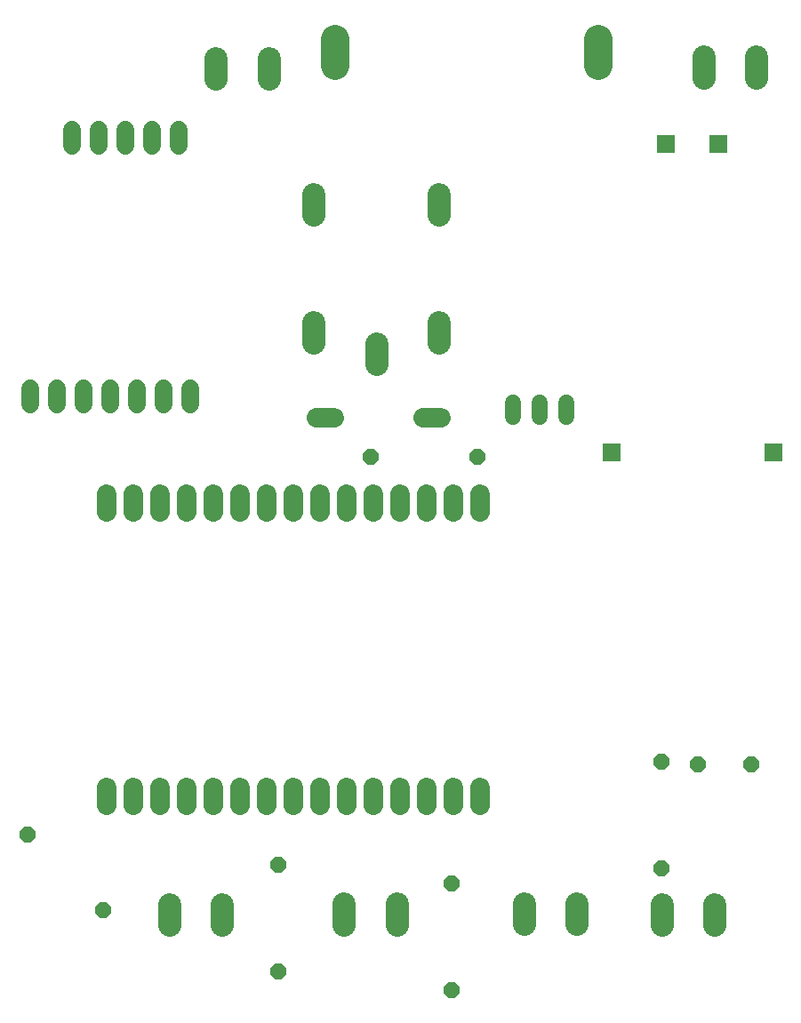
<source format=gbr>
G04 EAGLE Gerber RS-274X export*
G75*
%MOMM*%
%FSLAX34Y34*%
%LPD*%
%INSoldermask Top*%
%IPPOS*%
%AMOC8*
5,1,8,0,0,1.08239X$1,22.5*%
G01*
%ADD10C,1.879600*%
%ADD11C,1.727200*%
%ADD12P,1.649562X8X337.500000*%
%ADD13P,1.649562X8X22.500000*%
%ADD14R,1.727200X1.727200*%
%ADD15P,1.649562X8X292.500000*%
%ADD16P,1.649562X8X112.500000*%
%ADD17C,2.184400*%
%ADD18C,2.743200*%
%ADD19C,1.524000*%
%ADD20P,1.649562X8X202.500000*%


D10*
X-353060Y-166370D02*
X-353060Y-149606D01*
X-327660Y-149606D02*
X-327660Y-166370D01*
X-302260Y-166370D02*
X-302260Y-149606D01*
X-276860Y-149606D02*
X-276860Y-166370D01*
X-251460Y-166370D02*
X-251460Y-149606D01*
X-226060Y-149606D02*
X-226060Y-166370D01*
X-200660Y-166370D02*
X-200660Y-149606D01*
X-175260Y-149606D02*
X-175260Y-166370D01*
X-149860Y-166370D02*
X-149860Y-149606D01*
X-124460Y-149606D02*
X-124460Y-166370D01*
X-99060Y-166370D02*
X-99060Y-149606D01*
X-73660Y-149606D02*
X-73660Y-166370D01*
X-48260Y-166370D02*
X-48260Y-149606D01*
X-22860Y-149606D02*
X-22860Y-166370D01*
X2540Y-166370D02*
X2540Y-149606D01*
X2540Y113030D02*
X2540Y129794D01*
X-22860Y129794D02*
X-22860Y113030D01*
X-48260Y113030D02*
X-48260Y129794D01*
X-73660Y129794D02*
X-73660Y113030D01*
X-99060Y113030D02*
X-99060Y129794D01*
X-124460Y129794D02*
X-124460Y113030D01*
X-149860Y113030D02*
X-149860Y129794D01*
X-175260Y129794D02*
X-175260Y113030D01*
X-200660Y113030D02*
X-200660Y129794D01*
X-226060Y129794D02*
X-226060Y113030D01*
X-251460Y113030D02*
X-251460Y129794D01*
X-276860Y129794D02*
X-276860Y113030D01*
X-302260Y113030D02*
X-302260Y129794D01*
X-327660Y129794D02*
X-327660Y113030D01*
X-353060Y113030D02*
X-353060Y129794D01*
D11*
X-385826Y461394D02*
X-385826Y476634D01*
X-360426Y476634D02*
X-360426Y461394D01*
X-335026Y461394D02*
X-335026Y476634D01*
X-309626Y476634D02*
X-309626Y461394D01*
X-284226Y461394D02*
X-284226Y476634D01*
X-425926Y230434D02*
X-425926Y215194D01*
X-400526Y215194D02*
X-400526Y230434D01*
X-375126Y230434D02*
X-375126Y215194D01*
X-349726Y215194D02*
X-349726Y230434D01*
X-324326Y230434D02*
X-324326Y215194D01*
X-298926Y215194D02*
X-298926Y230434D01*
X-273526Y230434D02*
X-273526Y215194D01*
D10*
X-153162Y202184D02*
X-136398Y202184D01*
X-51562Y202184D02*
X-34798Y202184D01*
D12*
X-428325Y-194824D03*
X-356483Y-266666D03*
D13*
X210058Y-128016D03*
X260858Y-128016D03*
D14*
X229470Y463230D03*
X179470Y463230D03*
X281470Y169230D03*
X127470Y169230D03*
D15*
X-189738Y-223774D03*
X-189738Y-325374D03*
D16*
X175006Y-227076D03*
X175006Y-125476D03*
D17*
X175768Y-261112D02*
X175768Y-280924D01*
X226060Y-280924D02*
X226060Y-261112D01*
X44450Y-260350D02*
X44450Y-280162D01*
X94742Y-280162D02*
X94742Y-260350D01*
X-127000Y-260858D02*
X-127000Y-280670D01*
X-76708Y-280670D02*
X-76708Y-260858D01*
X-293116Y-261112D02*
X-293116Y-280924D01*
X-242824Y-280924D02*
X-242824Y-261112D01*
X265938Y526034D02*
X265938Y545846D01*
X215646Y545846D02*
X215646Y526034D01*
X-198628Y524764D02*
X-198628Y544576D01*
X-248920Y544576D02*
X-248920Y524764D01*
X-96012Y272796D02*
X-96012Y252984D01*
X-36322Y273304D02*
X-36322Y293116D01*
X-155702Y293116D02*
X-155702Y273304D01*
X-155702Y395224D02*
X-155702Y415036D01*
X-36322Y415036D02*
X-36322Y395224D01*
D18*
X114808Y537972D02*
X114808Y563372D01*
X-135636Y563372D02*
X-135636Y537972D01*
D19*
X59436Y216916D02*
X59436Y203708D01*
X34036Y203708D02*
X34036Y216916D01*
X84836Y216916D02*
X84836Y203708D01*
D15*
X-24892Y-241046D03*
X-24892Y-342646D03*
D20*
X0Y165608D03*
X-101600Y165608D03*
M02*

</source>
